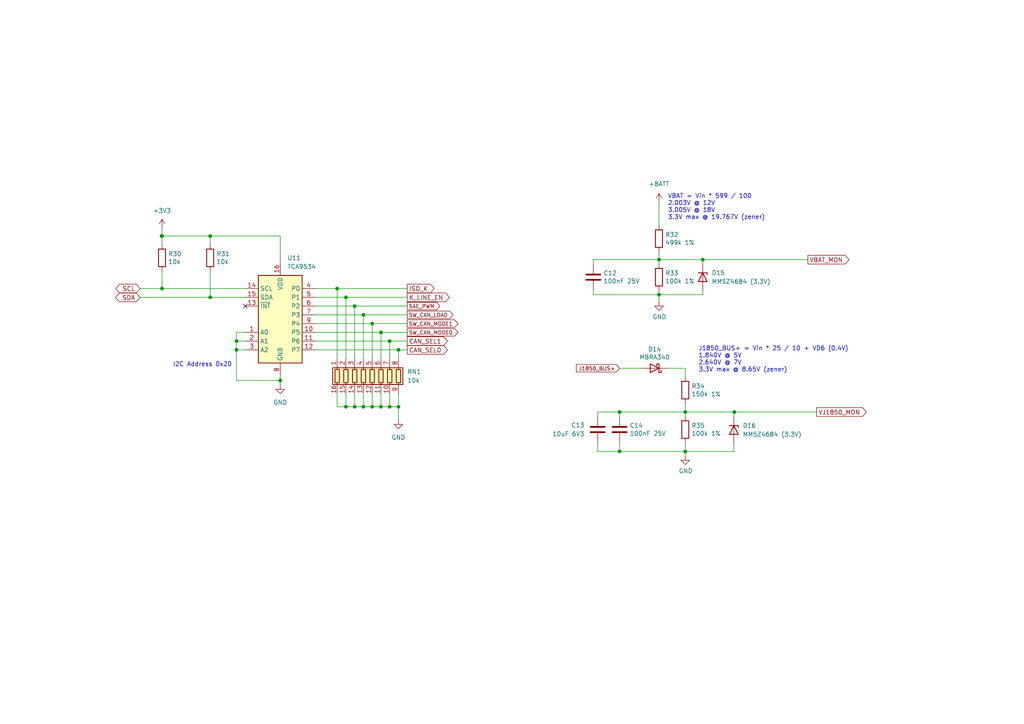
<source format=kicad_sch>
(kicad_sch (version 20211123) (generator eeschema)
  (paper "A4")
  (title_block (title "OBDII-Feather Interface") (date "2023-03-13") (rev "1.0") (company "Gavin Hurlbut"))
  (lib_symbols
    (symbol "Device:C" (pin_numbers hide) (pin_names (offset 0.254))
      (property "Reference" "C" (at 0.635 2.54 0))
      (property "Value" "C" (at 0.635 -2.54 0))
      (symbol "C_0_1"
        (polyline (pts (xy -2.032 -0.762) (xy 2.032 -0.762)) (stroke (width 0.508)))
        (polyline (pts (xy -2.032 0.762) (xy 2.032 0.762)) (stroke (width 0.508)))
      )
      (symbol "C_1_1"
        (pin passive line (at 0 3.81 270) (length 2.794) (name "~") (number "1"))
        (pin passive line (at 0 -3.81 90) (length 2.794) (name "~") (number "2"))
      )
    )
    (symbol "Device:D_Zener" (pin_numbers hide) (pin_names (offset 1.016) hide)
      (property "Reference" "D" (at 0 2.54 0))
      (property "Value" "D_Zener" (at 0 -2.54 0))
      (symbol "D_Zener_0_1"
        (polyline (pts (xy 1.27 0) (xy -1.27 0)))
        (polyline (pts (xy -1.27 -1.27) (xy -1.27 1.27) (xy -0.762 1.27)) (stroke (width 0.254)))
        (polyline (pts (xy 1.27 -1.27) (xy 1.27 1.27) (xy -1.27 0) (xy 1.27 -1.27)) (stroke (width 0.254)))
      )
      (symbol "D_Zener_1_1"
        (pin passive line (at -3.81 0 0) (length 2.54) (name "K") (number "1"))
        (pin passive line (at 3.81 0 180) (length 2.54) (name "A") (number "2"))
      )
    )
    (symbol "Device:R" (pin_numbers hide) (pin_names (offset 0))
      (property "Reference" "R" (at 2.032 0 90))
      (property "Value" "R" (at 0 0 90))
      (symbol "R_0_1"
        (rectangle (start -1.016 -2.54) (end 1.016 2.54) (stroke (width 0.254)))
      )
      (symbol "R_1_1"
        (pin passive line (at 0 3.81 270) (length 1.27) (name "~") (number "1"))
        (pin passive line (at 0 -3.81 90) (length 1.27) (name "~") (number "2"))
      )
    )
    (symbol "Device:R_Pack08" (pin_names (offset 0) hide)
      (property "Reference" "RN" (at -12.7 0 90))
      (property "Value" "R_Pack08" (at 10.16 0 90))
      (symbol "R_Pack08_0_1"
        (rectangle (start -11.43 -2.413) (end 8.89 2.413) (stroke (width 0.254)) (fill (type background)))
        (rectangle (start -10.795 1.905) (end -9.525 -1.905) (stroke (width 0.254)))
        (rectangle (start -8.255 1.905) (end -6.985 -1.905) (stroke (width 0.254)))
        (rectangle (start -5.715 1.905) (end -4.445 -1.905) (stroke (width 0.254)))
        (rectangle (start -3.175 1.905) (end -1.905 -1.905) (stroke (width 0.254)))
        (rectangle (start -0.635 1.905) (end 0.635 -1.905) (stroke (width 0.254)))
        (polyline (pts (xy -10.16 -2.54) (xy -10.16 -1.905)))
        (polyline (pts (xy -10.16 1.905) (xy -10.16 2.54)))
        (polyline (pts (xy -7.62 -2.54) (xy -7.62 -1.905)))
        (polyline (pts (xy -7.62 1.905) (xy -7.62 2.54)))
        (polyline (pts (xy -5.08 -2.54) (xy -5.08 -1.905)))
        (polyline (pts (xy -5.08 1.905) (xy -5.08 2.54)))
        (polyline (pts (xy -2.54 -2.54) (xy -2.54 -1.905)))
        (polyline (pts (xy -2.54 1.905) (xy -2.54 2.54)))
        (polyline (pts (xy 0 -2.54) (xy 0 -1.905)))
        (polyline (pts (xy 0 1.905) (xy 0 2.54)))
        (polyline (pts (xy 2.54 -2.54) (xy 2.54 -1.905)))
        (polyline (pts (xy 2.54 1.905) (xy 2.54 2.54)))
        (polyline (pts (xy 5.08 -2.54) (xy 5.08 -1.905)))
        (polyline (pts (xy 5.08 1.905) (xy 5.08 2.54)))
        (polyline (pts (xy 7.62 -2.54) (xy 7.62 -1.905)))
        (polyline (pts (xy 7.62 1.905) (xy 7.62 2.54)))
        (rectangle (start 1.905 1.905) (end 3.175 -1.905) (stroke (width 0.254)))
        (rectangle (start 4.445 1.905) (end 5.715 -1.905) (stroke (width 0.254)))
        (rectangle (start 6.985 1.905) (end 8.255 -1.905) (stroke (width 0.254)))
      )
      (symbol "R_Pack08_1_1"
        (pin passive line (at -10.16 -5.08 90) (length 2.54) (name "R1.1") (number "1"))
        (pin passive line (at 5.08 5.08 270) (length 2.54) (name "R7.2") (number "10"))
        (pin passive line (at 2.54 5.08 270) (length 2.54) (name "R6.2") (number "11"))
        (pin passive line (at 0 5.08 270) (length 2.54) (name "R5.2") (number "12"))
        (pin passive line (at -2.54 5.08 270) (length 2.54) (name "R4.2") (number "13"))
        (pin passive line (at -5.08 5.08 270) (length 2.54) (name "R3.2") (number "14"))
        (pin passive line (at -7.62 5.08 270) (length 2.54) (name "R2.2") (number "15"))
        (pin passive line (at -10.16 5.08 270) (length 2.54) (name "R1.2") (number "16"))
        (pin passive line (at -7.62 -5.08 90) (length 2.54) (name "R2.1") (number "2"))
        (pin passive line (at -5.08 -5.08 90) (length 2.54) (name "R3.1") (number "3"))
        (pin passive line (at -2.54 -5.08 90) (length 2.54) (name "R4.1") (number "4"))
        (pin passive line (at 0 -5.08 90) (length 2.54) (name "R5.1") (number "5"))
        (pin passive line (at 2.54 -5.08 90) (length 2.54) (name "R6.1") (number "6"))
        (pin passive line (at 5.08 -5.08 90) (length 2.54) (name "R7.1") (number "7"))
        (pin passive line (at 7.62 -5.08 90) (length 2.54) (name "R8.1") (number "8"))
        (pin passive line (at 7.62 5.08 270) (length 2.54) (name "R8.2") (number "9"))
      )
    )
    (symbol "Diode:MBRA340" (pin_numbers hide) (pin_names hide)
      (property "Reference" "D" (at 0 2.54 0))
      (property "Value" "MBRA340" (at 0 -2.54 0))
      (symbol "MBRA340_0_1"
        (polyline (pts (xy 1.27 0) (xy -1.27 0)))
        (polyline (pts (xy 1.27 1.27) (xy 1.27 -1.27) (xy -1.27 0) (xy 1.27 1.27)) (stroke (width 0.254)))
        (polyline (pts (xy -1.905 0.635) (xy -1.905 1.27) (xy -1.27 1.27) (xy -1.27 -1.27) (xy -0.635 -1.27) (xy -0.635 -0.635)) (stroke (width 0.254)))
      )
      (symbol "MBRA340_1_1"
        (pin passive line (at -3.81 0 0) (length 2.54) (name "K") (number "1"))
        (pin passive line (at 3.81 0 180) (length 2.54) (name "A") (number "2"))
      )
    )
    (symbol "Interface_Expansion:TCA9534"
      (property "Reference" "U" (at -6.35 12.7 0))
      (property "Value" "TCA9534" (at 2.54 12.7 0))
      (symbol "TCA9534_0_1"
        (rectangle (start -6.35 -13.97) (end 6.35 11.43) (stroke (width 0.254)) (fill (type background)))
      )
      (symbol "TCA9534_1_1"
        (pin input line (at -10.16 -5.08 0) (length 3.81) (name "A0") (number "1"))
        (pin bidirectional line (at 10.16 -5.08 180) (length 3.81) (name "P5") (number "10"))
        (pin bidirectional line (at 10.16 -7.62 180) (length 3.81) (name "P6") (number "11"))
        (pin bidirectional line (at 10.16 -10.16 180) (length 3.81) (name "P7") (number "12"))
        (pin open_collector line (at -10.16 2.54 0) (length 3.81) (name "~{INT}") (number "13"))
        (pin input line (at -10.16 7.62 0) (length 3.81) (name "SCL") (number "14"))
        (pin bidirectional line (at -10.16 5.08 0) (length 3.81) (name "SDA") (number "15"))
        (pin power_in line (at 0 15.24 270) (length 3.81) (name "VDD") (number "16"))
        (pin input line (at -10.16 -7.62 0) (length 3.81) (name "A1") (number "2"))
        (pin input line (at -10.16 -10.16 0) (length 3.81) (name "A2") (number "3"))
        (pin bidirectional line (at 10.16 7.62 180) (length 3.81) (name "P0") (number "4"))
        (pin bidirectional line (at 10.16 5.08 180) (length 3.81) (name "P1") (number "5"))
        (pin bidirectional line (at 10.16 2.54 180) (length 3.81) (name "P2") (number "6"))
        (pin bidirectional line (at 10.16 0 180) (length 3.81) (name "P3") (number "7"))
        (pin power_in line (at 0 -17.78 90) (length 3.81) (name "GND") (number "8"))
        (pin bidirectional line (at 10.16 -2.54 180) (length 3.81) (name "P4") (number "9"))
      )
    )
    (symbol "power:+3V3" (power) (pin_names (offset 0))
      (property "Value" "+3V3" (at 0 3.556 0))
      (symbol "+3V3_0_1"
        (polyline (pts (xy -0.762 1.27) (xy 0 2.54)))
        (polyline (pts (xy 0 0) (xy 0 2.54)))
        (polyline (pts (xy 0 2.54) (xy 0.762 1.27)))
      )
      (symbol "+3V3_1_1"
        (pin power_in line (at 0 0 90) (length 0) hide (name "+3V3") (number "1"))
      )
    )
    (symbol "power:+BATT" (power) (pin_names (offset 0))
      (property "Value" "+BATT" (at 0 3.556 0))
      (symbol "+BATT_0_1"
        (polyline (pts (xy -0.762 1.27) (xy 0 2.54)))
        (polyline (pts (xy 0 0) (xy 0 2.54)))
        (polyline (pts (xy 0 2.54) (xy 0.762 1.27)))
      )
      (symbol "+BATT_1_1"
        (pin power_in line (at 0 0 90) (length 0) hide (name "+BATT") (number "1"))
      )
    )
    (symbol "power:GND" (power) (pin_names (offset 0))
      (property "Value" "GND" (at 0 -3.81 0))
      (symbol "GND_0_1"
        (polyline (pts (xy 0 0) (xy 0 -1.27) (xy 1.27 -1.27) (xy 0 -2.54) (xy -1.27 -1.27) (xy 0 -1.27)))
      )
      (symbol "GND_1_1"
        (pin power_in line (at 0 0 270) (length 0) hide (name "GND") (number "1"))
      )
    )
  )
  (junction (at 60.96 68.453))
  (junction (at 203.835 75.311))
  (junction (at 113.03 98.933))
  (junction (at 46.863 68.453))
  (junction (at 105.41 91.313))
  (junction (at 68.58 98.933))
  (junction (at 46.99 83.693))
  (junction (at 105.41 117.983))
  (junction (at 107.95 117.983))
  (junction (at 102.87 117.983))
  (junction (at 68.58 101.473))
  (junction (at 115.57 101.473))
  (junction (at 198.755 119.507))
  (junction (at 179.705 119.507))
  (junction (at 107.95 93.853))
  (junction (at 81.28 110.363))
  (junction (at 179.705 130.937))
  (junction (at 110.49 96.393))
  (junction (at 100.33 86.233))
  (junction (at 46.99 68.453))
  (junction (at 113.03 117.983))
  (junction (at 102.87 88.773))
  (junction (at 60.96 86.233))
  (junction (at 110.49 117.983))
  (junction (at 100.33 117.983))
  (junction (at 212.979 119.507))
  (junction (at 191.135 75.311))
  (junction (at 191.135 85.471))
  (junction (at 115.57 117.983))
  (junction (at 97.79 83.693))
  (junction (at 198.755 130.937))
  (no_connect (at 71.12 88.773))
  (wire (pts (xy 46.99 68.453) (xy 46.863 68.453)))
  (wire (pts (xy 71.12 96.393) (xy 68.58 96.393)))
  (wire (pts (xy 191.135 85.471) (xy 203.835 85.471)))
  (wire (pts (xy 113.03 98.933) (xy 118.11 98.933)))
  (wire (pts (xy 107.95 117.983) (xy 110.49 117.983)))
  (wire (pts (xy 102.87 114.173) (xy 102.87 117.983)))
  (wire (pts (xy 198.755 119.507) (xy 212.979 119.507)))
  (wire (pts (xy 193.675 106.807) (xy 198.755 106.807)))
  (wire (pts (xy 191.135 75.311) (xy 203.835 75.311)))
  (wire (pts (xy 46.99 66.167) (xy 46.99 68.453)))
  (wire (pts (xy 100.33 117.983) (xy 102.87 117.983)))
  (wire (pts (xy 179.705 106.807) (xy 186.055 106.807)))
  (wire (pts (xy 191.135 58.674) (xy 191.135 65.405)))
  (wire (pts (xy 212.852 130.937) (xy 198.755 130.937)))
  (wire (pts (xy 46.99 83.693) (xy 71.12 83.693)))
  (wire (pts (xy 172.085 84.201) (xy 172.085 85.471)))
  (wire (pts (xy 107.95 93.853) (xy 107.95 104.013)))
  (wire (pts (xy 173.355 120.777) (xy 173.355 119.507)))
  (wire (pts (xy 97.79 83.693) (xy 118.11 83.693)))
  (wire (pts (xy 105.41 114.173) (xy 105.41 117.983)))
  (wire (pts (xy 105.41 91.313) (xy 105.41 104.013)))
  (wire (pts (xy 40.64 83.693) (xy 46.99 83.693)))
  (wire (pts (xy 105.41 117.983) (xy 107.95 117.983)))
  (wire (pts (xy 102.87 117.983) (xy 105.41 117.983)))
  (wire (pts (xy 113.03 114.173) (xy 113.03 117.983)))
  (wire (pts (xy 60.96 78.613) (xy 60.96 86.233)))
  (wire (pts (xy 173.355 130.937) (xy 179.705 130.937)))
  (wire (pts (xy 60.96 86.233) (xy 71.12 86.233)))
  (wire (pts (xy 97.79 117.983) (xy 100.33 117.983)))
  (wire (pts (xy 110.49 114.173) (xy 110.49 117.983)))
  (wire (pts (xy 212.979 119.507) (xy 236.855 119.507)))
  (wire (pts (xy 107.95 93.853) (xy 118.11 93.853)))
  (wire (pts (xy 212.979 119.507) (xy 212.852 120.904)))
  (wire (pts (xy 40.64 86.233) (xy 60.96 86.233)))
  (wire (pts (xy 91.44 93.853) (xy 107.95 93.853)))
  (wire (pts (xy 100.33 114.173) (xy 100.33 117.983)))
  (wire (pts (xy 107.95 114.173) (xy 107.95 117.983)))
  (wire (pts (xy 191.135 85.471) (xy 191.135 87.503)))
  (wire (pts (xy 191.135 85.471) (xy 191.135 84.201)))
  (wire (pts (xy 46.99 78.613) (xy 46.99 83.693)))
  (wire (pts (xy 81.28 109.093) (xy 81.28 110.363)))
  (wire (pts (xy 115.57 101.473) (xy 115.57 104.013)))
  (wire (pts (xy 203.835 75.311) (xy 203.835 76.581)))
  (wire (pts (xy 68.58 101.473) (xy 71.12 101.473)))
  (wire (pts (xy 91.44 98.933) (xy 113.03 98.933)))
  (wire (pts (xy 110.49 96.393) (xy 110.49 104.013)))
  (wire (pts (xy 115.57 114.173) (xy 115.57 117.983)))
  (wire (pts (xy 100.33 86.233) (xy 118.11 86.233)))
  (wire (pts (xy 173.355 119.507) (xy 179.705 119.507)))
  (wire (pts (xy 172.085 76.581) (xy 172.085 75.311)))
  (wire (pts (xy 91.44 83.693) (xy 97.79 83.693)))
  (wire (pts (xy 91.44 91.313) (xy 105.41 91.313)))
  (wire (pts (xy 97.79 83.693) (xy 97.79 104.013)))
  (wire (pts (xy 102.87 88.773) (xy 118.11 88.773)))
  (wire (pts (xy 212.852 128.524) (xy 212.852 130.937)))
  (wire (pts (xy 191.135 73.025) (xy 191.135 75.311)))
  (wire (pts (xy 68.58 96.393) (xy 68.58 98.933)))
  (wire (pts (xy 68.58 110.363) (xy 81.28 110.363)))
  (wire (pts (xy 91.44 86.233) (xy 100.33 86.233)))
  (wire (pts (xy 198.755 130.937) (xy 198.755 132.207)))
  (wire (pts (xy 191.135 76.581) (xy 191.135 75.311)))
  (wire (pts (xy 179.705 128.397) (xy 179.705 130.937)))
  (wire (pts (xy 179.705 119.507) (xy 198.755 119.507)))
  (wire (pts (xy 81.28 110.363) (xy 81.28 111.633)))
  (wire (pts (xy 46.99 70.993) (xy 46.99 68.453)))
  (wire (pts (xy 97.79 114.173) (xy 97.79 117.983)))
  (wire (pts (xy 113.03 117.983) (xy 115.57 117.983)))
  (wire (pts (xy 81.28 68.453) (xy 81.28 76.073)))
  (wire (pts (xy 172.085 85.471) (xy 191.135 85.471)))
  (wire (pts (xy 115.57 117.983) (xy 115.57 121.793)))
  (wire (pts (xy 105.41 91.313) (xy 118.11 91.313)))
  (wire (pts (xy 68.58 98.933) (xy 71.12 98.933)))
  (wire (pts (xy 100.33 104.013) (xy 100.33 86.233)))
  (wire (pts (xy 179.705 130.937) (xy 198.755 130.937)))
  (wire (pts (xy 203.835 85.471) (xy 203.835 84.201)))
  (wire (pts (xy 198.755 128.397) (xy 198.755 130.937)))
  (wire (pts (xy 110.49 96.393) (xy 118.11 96.393)))
  (wire (pts (xy 46.99 68.453) (xy 60.96 68.453)))
  (wire (pts (xy 198.755 119.507) (xy 198.755 120.777)))
  (wire (pts (xy 172.085 75.311) (xy 191.135 75.311)))
  (wire (pts (xy 115.57 101.473) (xy 118.11 101.473)))
  (wire (pts (xy 113.03 98.933) (xy 113.03 104.013)))
  (wire (pts (xy 203.835 75.311) (xy 234.315 75.311)))
  (wire (pts (xy 68.58 101.473) (xy 68.58 110.363)))
  (wire (pts (xy 173.355 128.397) (xy 173.355 130.937)))
  (wire (pts (xy 110.49 117.983) (xy 113.03 117.983)))
  (wire (pts (xy 179.705 120.777) (xy 179.705 119.507)))
  (wire (pts (xy 91.44 101.473) (xy 115.57 101.473)))
  (wire (pts (xy 198.755 106.807) (xy 198.755 109.347)))
  (wire (pts (xy 60.96 68.453) (xy 60.96 70.993)))
  (wire (pts (xy 198.755 116.967) (xy 198.755 119.507)))
  (wire (pts (xy 91.44 88.773) (xy 102.87 88.773)))
  (wire (pts (xy 102.87 88.773) (xy 102.87 104.013)))
  (wire (pts (xy 60.96 68.453) (xy 81.28 68.453)))
  (wire (pts (xy 68.58 98.933) (xy 68.58 101.473)))
  (wire (pts (xy 91.44 96.393) (xy 110.49 96.393)))
  (text "J1850_BUS+ = Vin * 25 / 10 + VD6 (0.4V)\n1.840V @ 5V\n2.640V @ 7V\n3.3V max @ 8.65V (zener)\n" (at 202.565 108.077 0) (effects (font (size 1.27 1.27)) (justify left bottom)))
  (text "I2C Address 0x20" (at 67.31 106.553 180) (effects (font (size 1.27 1.27)) (justify right bottom)))
  (text "VBAT = Vin * 599 / 100\n2.003V @ 12V\n3.005V @ 18V\n3.3V max @ 19.767V (zener) " (at 193.675 63.881 0) (effects (font (size 1.27 1.27)) (justify left bottom)))
  (global_label "CAN_SEL1" (shape output) (at 118.11 98.933 0) (property "Intersheet References" "${INTERSHEET_REFS}" (effects hide)))
  (global_label "CAN_SEL0" (shape output) (at 118.11 101.473 0) (property "Intersheet References" "${INTERSHEET_REFS}" (effects hide)))
  (global_label "SW_CAN_LOAD" (shape output) (at 118.11 91.313 0) (effects (font (size 1.0922 1.0922))) (property "Intersheet References" "${INTERSHEET_REFS}" (effects hide)))
  (global_label "ISO_K" (shape output) (at 118.11 83.693 0) (property "Intersheet References" "${INTERSHEET_REFS}" (effects hide)))
  (global_label "J1850_BUS+" (shape input) (at 179.705 106.807 180) (effects (font (size 1.0922 1.0922))) (property "Intersheet References" "${INTERSHEET_REFS}" (effects hide)))
  (global_label "SAE_PWM" (shape output) (at 118.11 88.773 0) (effects (font (size 1.0922 1.0922))) (property "Intersheet References" "${INTERSHEET_REFS}" (effects hide)))
  (global_label "SCL" (shape bidirectional) (at 40.64 83.693 180) (property "Intersheet References" "${INTERSHEET_REFS}" (effects hide)))
  (global_label "SW_CAN_MODE1" (shape output) (at 118.11 93.853 0) (effects (font (size 1.0922 1.0922))) (property "Intersheet References" "${INTERSHEET_REFS}" (effects hide)))
  (global_label "VJ1850_MON" (shape output) (at 236.855 119.507 0) (property "Intersheet References" "${INTERSHEET_REFS}" (effects hide)))
  (global_label "K_LINE_EN" (shape output) (at 118.11 86.233 0) (property "Intersheet References" "${INTERSHEET_REFS}" (effects hide)))
  (global_label "SW_CAN_MODE0" (shape output) (at 118.11 96.393 0) (effects (font (size 1.0922 1.0922))) (property "Intersheet References" "${INTERSHEET_REFS}" (effects hide)))
  (global_label "SDA" (shape bidirectional) (at 40.64 86.233 180) (property "Intersheet References" "${INTERSHEET_REFS}" (effects hide)))
  (global_label "VBAT_MON" (shape output) (at 234.315 75.311 0) (property "Intersheet References" "${INTERSHEET_REFS}" (effects hide)))
  (symbol (lib_id "power:GND") (at 191.135 87.503 0) (unit 1)
    (property "Reference" "#PWR064" (effects hide))
    (property "Value" "GND" (at 191.262 91.8972 0))
  )
  (symbol (lib_id "power:+3V3") (at 46.99 66.167 0) (unit 1)
    (property "Reference" "#PWR060" (effects hide))
    (property "Value" "+3V3" (at 46.99 61.087 0))
  )
  (symbol (lib_id "Device:R") (at 60.96 74.803 0) (unit 1)
    (property "Reference" "R31" (at 62.738 73.6346 0) (effects (justify left)))
    (property "Value" "10k" (at 62.738 75.946 0) (effects (justify left)))
    (property "Footprint" "Resistor_SMD:R_0805_2012Metric_Pad1.20x1.40mm_HandSolder" (effects hide))
  )
  (symbol (lib_id "Device:R") (at 198.755 124.587 0) (unit 1)
    (property "Reference" "R35" (at 200.533 123.4186 0) (effects (justify left)))
    (property "Value" "100k 1%" (at 200.533 125.73 0) (effects (justify left)))
    (property "Footprint" "Resistor_SMD:R_0805_2012Metric_Pad1.20x1.40mm_HandSolder" (effects hide))
  )
  (symbol (lib_id "Device:C") (at 172.085 80.391 0) (unit 1)
    (property "Reference" "C12" (at 175.006 79.2226 0) (effects (justify left)))
    (property "Value" "100nF 25V" (at 175.006 81.534 0) (effects (justify left)))
    (property "Footprint" "Capacitor_SMD:C_0805_2012Metric_Pad1.18x1.45mm_HandSolder" (effects hide))
  )
  (symbol (lib_id "Device:R") (at 191.135 80.391 0) (unit 1)
    (property "Reference" "R33" (at 192.913 79.2226 0) (effects (justify left)))
    (property "Value" "100k 1%" (at 192.913 81.534 0) (effects (justify left)))
    (property "Footprint" "Resistor_SMD:R_0805_2012Metric_Pad1.20x1.40mm_HandSolder" (effects hide))
  )
  (symbol (lib_id "Device:D_Zener") (at 203.835 80.391 270) (unit 1)
    (property "Reference" "D15" (at 206.375 79.1209 90) (effects (justify left)))
    (property "Value" "MMSZ4684 (3.3V)" (at 206.375 81.6609 90) (effects (justify left)))
    (property "Footprint" "Diode_SMD:D_SOD-123" (effects hide))
  )
  (symbol (lib_id "power:+BATT") (at 191.135 58.674 0) (unit 1)
    (property "Reference" "#PWR063" (effects hide))
    (property "Value" "+BATT" (at 191.135 53.34 0))
  )
  (symbol (lib_id "Interface_Expansion:TCA9534") (at 81.28 91.313 0) (unit 1)
    (property "Reference" "U11" (at 83.2994 74.803 0) (effects (justify left)))
    (property "Value" "TCA9534" (at 83.2994 77.343 0) (effects (justify left)))
    (property "Footprint" "Package_SO:TSSOP-16_4.4x5mm_P0.65mm" (effects hide))
    (property "Datasheet" "http://www.ti.com/lit/ds/symlink/tca9534.pdf" (effects hide))
  )
  (symbol (lib_id "Device:R_Pack08") (at 107.95 109.093 0) (mirror x) (unit 1)
    (property "Reference" "RN1" (at 118.11 107.8229 0) (effects (justify left)))
    (property "Value" "10k" (at 118.11 110.3629 0) (effects (justify left)))
    (property "Footprint" "UltraLibrarian:742C163103JP" (effects hide))
  )
  (symbol (lib_id "Device:R") (at 46.99 74.803 0) (unit 1)
    (property "Reference" "R30" (at 48.768 73.6346 0) (effects (justify left)))
    (property "Value" "10k" (at 48.768 75.946 0) (effects (justify left)))
    (property "Footprint" "Resistor_SMD:R_0805_2012Metric_Pad1.20x1.40mm_HandSolder" (effects hide))
  )
  (symbol (lib_id "Device:D_Zener") (at 212.852 124.714 270) (unit 1)
    (property "Reference" "D16" (at 215.392 123.4439 90) (effects (justify left)))
    (property "Value" "MM5Z4684 (3.3V)" (at 215.392 125.9839 90) (effects (justify left)))
    (property "Footprint" "Diode_SMD:D_SOD-123" (effects hide))
  )
  (symbol (lib_id "Device:C") (at 173.355 124.587 0) (mirror x) (unit 1)
    (property "Reference" "C13" (at 169.545 123.3169 0) (effects (justify right)))
    (property "Value" "10uF 6V3" (at 169.545 125.8569 0) (effects (justify right)))
    (property "Footprint" "Capacitor_SMD:C_0805_2012Metric_Pad1.18x1.45mm_HandSolder" (effects hide))
  )
  (symbol (lib_id "Device:C") (at 179.705 124.587 0) (unit 1)
    (property "Reference" "C14" (at 182.626 123.4186 0) (effects (justify left)))
    (property "Value" "100nF 25V" (at 182.626 125.73 0) (effects (justify left)))
    (property "Footprint" "Capacitor_SMD:C_0805_2012Metric_Pad1.18x1.45mm_HandSolder" (effects hide))
  )
  (symbol (lib_id "Device:R") (at 198.755 113.157 0) (unit 1)
    (property "Reference" "R34" (at 200.533 111.9886 0) (effects (justify left)))
    (property "Value" "150k 1%" (at 200.533 114.3 0) (effects (justify left)))
    (property "Footprint" "Resistor_SMD:R_0805_2012Metric_Pad1.20x1.40mm_HandSolder" (effects hide))
  )
  (symbol (lib_id "power:GND") (at 198.755 132.207 0) (unit 1)
    (property "Reference" "#PWR065" (effects hide))
    (property "Value" "GND" (at 198.882 136.6012 0))
  )
  (symbol (lib_id "power:GND") (at 81.28 111.633 0) (unit 1)
    (property "Reference" "#PWR061" (effects hide))
    (property "Value" "GND" (at 81.28 116.713 0))
  )
  (symbol (lib_id "Diode:MBRA340") (at 189.865 106.807 180) (unit 1)
    (property "Reference" "D14" (at 189.865 101.2952 0))
    (property "Value" "MBRA340" (at 189.865 103.6066 0))
    (property "Footprint" "Diode_SMD:D_SMA" (effects hide))
    (property "Datasheet" "https://www.onsemi.com/pub/Collateral/MBRA340T3-D.PDF" (effects hide))
  )
  (symbol (lib_id "power:GND") (at 115.57 121.793 0) (unit 1)
    (property "Reference" "#PWR062" (effects hide))
    (property "Value" "GND" (at 115.57 126.873 0))
  )
  (symbol (lib_id "Device:R") (at 191.135 69.215 0) (unit 1)
    (property "Reference" "R32" (at 192.913 68.0466 0) (effects (justify left)))
    (property "Value" "499k 1%" (at 192.913 70.358 0) (effects (justify left)))
    (property "Footprint" "Resistor_SMD:R_0805_2012Metric_Pad1.20x1.40mm_HandSolder" (effects hide))
  )
)
</source>
